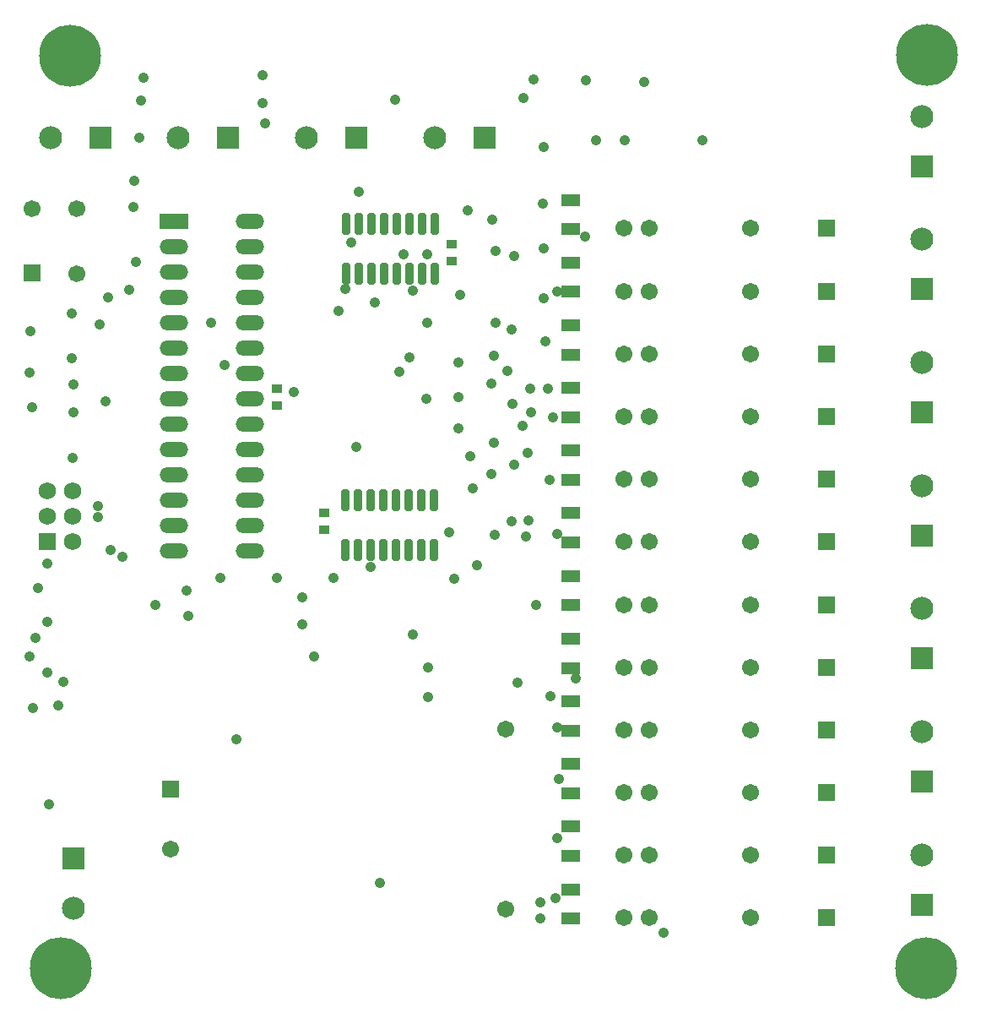
<source format=gbs>
G04*
G04 #@! TF.GenerationSoftware,Altium Limited,Altium Designer,24.0.1 (36)*
G04*
G04 Layer_Color=16711935*
%FSLAX44Y44*%
%MOMM*%
G71*
G04*
G04 #@! TF.SameCoordinates,71F2B9B8-5446-4F90-8F71-DE05B1429098*
G04*
G04*
G04 #@! TF.FilePolarity,Negative*
G04*
G01*
G75*
%ADD26R,1.0032X0.9032*%
%ADD29R,1.9232X1.2832*%
%ADD36C,1.7112*%
%ADD37R,1.7112X1.7112*%
%ADD38O,2.8448X1.5240*%
%ADD39R,2.8448X1.5240*%
%ADD40C,2.3032*%
%ADD41R,2.3032X2.3032*%
%ADD42R,2.3032X2.3032*%
%ADD43C,1.7032*%
%ADD44R,1.7032X1.7032*%
%ADD45C,6.2032*%
%ADD46C,1.7012*%
%ADD47R,1.7012X1.7012*%
%ADD48R,1.7332X1.7332*%
%ADD49C,1.7332*%
%ADD50C,1.0617*%
G04:AMPARAMS|DCode=72|XSize=2.1732mm|YSize=0.8032mm|CornerRadius=0.1766mm|HoleSize=0mm|Usage=FLASHONLY|Rotation=270.000|XOffset=0mm|YOffset=0mm|HoleType=Round|Shape=RoundedRectangle|*
%AMROUNDEDRECTD72*
21,1,2.1732,0.4500,0,0,270.0*
21,1,1.8200,0.8032,0,0,270.0*
1,1,0.3532,-0.2250,-0.9100*
1,1,0.3532,-0.2250,0.9100*
1,1,0.3532,0.2250,0.9100*
1,1,0.3532,0.2250,-0.9100*
%
%ADD72ROUNDEDRECTD72*%
D26*
X431866Y748772D02*
D03*
Y765772D02*
D03*
X303765Y479858D02*
D03*
Y496858D02*
D03*
X256689Y620933D02*
D03*
Y603933D02*
D03*
D29*
X551651Y780839D02*
D03*
Y810239D02*
D03*
Y718032D02*
D03*
Y747432D02*
D03*
Y655224D02*
D03*
Y684624D02*
D03*
Y592417D02*
D03*
Y621817D02*
D03*
Y529609D02*
D03*
Y559009D02*
D03*
Y466802D02*
D03*
Y496202D02*
D03*
Y403995D02*
D03*
Y433395D02*
D03*
Y341188D02*
D03*
Y370588D02*
D03*
Y278380D02*
D03*
Y307780D02*
D03*
Y215573D02*
D03*
Y244973D02*
D03*
Y152766D02*
D03*
Y182166D02*
D03*
Y89959D02*
D03*
Y119359D02*
D03*
D36*
X604991Y90659D02*
D03*
X630391D02*
D03*
X731991D02*
D03*
X604991Y781539D02*
D03*
X630391D02*
D03*
X731991D02*
D03*
Y718731D02*
D03*
X630391D02*
D03*
X604991D02*
D03*
X731991Y655924D02*
D03*
X630391D02*
D03*
X604991D02*
D03*
X731991Y593117D02*
D03*
X630391D02*
D03*
X604991D02*
D03*
X731991Y530309D02*
D03*
X630391D02*
D03*
X604991D02*
D03*
X731991Y467502D02*
D03*
X630391D02*
D03*
X604991D02*
D03*
X731991Y404695D02*
D03*
X630391D02*
D03*
X604991D02*
D03*
X731991Y341888D02*
D03*
X630391D02*
D03*
X604991D02*
D03*
X731991Y279081D02*
D03*
X630391D02*
D03*
X604991D02*
D03*
X731991Y216273D02*
D03*
X630391D02*
D03*
X604991D02*
D03*
X731991Y153466D02*
D03*
X630391D02*
D03*
X604991D02*
D03*
D37*
X808191Y90659D02*
D03*
Y781539D02*
D03*
Y718731D02*
D03*
Y655924D02*
D03*
Y593117D02*
D03*
Y530309D02*
D03*
Y467502D02*
D03*
Y404695D02*
D03*
Y341888D02*
D03*
Y279081D02*
D03*
Y216273D02*
D03*
Y153466D02*
D03*
D38*
X229289Y788550D02*
D03*
Y763150D02*
D03*
Y737750D02*
D03*
Y712350D02*
D03*
Y686950D02*
D03*
Y661550D02*
D03*
Y636150D02*
D03*
Y610750D02*
D03*
Y585350D02*
D03*
Y559950D02*
D03*
Y534550D02*
D03*
Y509150D02*
D03*
Y483750D02*
D03*
Y458350D02*
D03*
X153089D02*
D03*
Y483750D02*
D03*
Y509150D02*
D03*
Y534550D02*
D03*
Y559950D02*
D03*
Y585350D02*
D03*
Y610750D02*
D03*
Y636150D02*
D03*
Y661550D02*
D03*
Y686950D02*
D03*
Y712350D02*
D03*
Y737750D02*
D03*
Y763150D02*
D03*
D39*
Y788550D02*
D03*
D40*
X414891Y872518D02*
D03*
X286197D02*
D03*
X157504D02*
D03*
X29945D02*
D03*
X903441Y770574D02*
D03*
Y647272D02*
D03*
Y523969D02*
D03*
Y400668D02*
D03*
Y277365D02*
D03*
Y154064D02*
D03*
Y893875D02*
D03*
X53120Y99979D02*
D03*
D41*
X464891Y872518D02*
D03*
X336197D02*
D03*
X207504D02*
D03*
X79945D02*
D03*
D42*
X903441Y720574D02*
D03*
Y597271D02*
D03*
Y473970D02*
D03*
Y350668D02*
D03*
Y227366D02*
D03*
Y104064D02*
D03*
Y843875D02*
D03*
X53120Y149979D02*
D03*
D43*
X485971Y99749D02*
D03*
Y279748D02*
D03*
X149971Y159749D02*
D03*
D44*
Y219749D02*
D03*
D45*
X40311Y39799D02*
D03*
X48965Y954369D02*
D03*
X908466Y955400D02*
D03*
X907964Y40041D02*
D03*
D46*
X55991Y801652D02*
D03*
X56351Y736133D02*
D03*
X10991Y801652D02*
D03*
D47*
Y736653D02*
D03*
D48*
X26185Y467494D02*
D03*
D49*
Y492894D02*
D03*
Y518294D02*
D03*
X51585Y467494D02*
D03*
Y492894D02*
D03*
Y518294D02*
D03*
D50*
X8580Y637031D02*
D03*
X520607Y90253D02*
D03*
Y106572D02*
D03*
X509315Y489336D02*
D03*
X503038Y583456D02*
D03*
X528139Y621107D02*
D03*
X524375Y711465D02*
D03*
X524374Y761664D02*
D03*
X494255Y754134D02*
D03*
X318559Y698915D02*
D03*
X390090Y652484D02*
D03*
X406407Y611068D02*
D03*
X471666Y535769D02*
D03*
X498018Y326187D02*
D03*
X42466Y327444D02*
D03*
X14856Y371368D02*
D03*
X51251Y696406D02*
D03*
X52506Y624873D02*
D03*
X51251Y651227D02*
D03*
X90155Y459216D02*
D03*
X101447Y452944D02*
D03*
X471663Y626125D02*
D03*
X474176Y653737D02*
D03*
X474173Y567141D02*
D03*
X511825Y597263D02*
D03*
X491743Y488078D02*
D03*
X273381Y617342D02*
D03*
X447821Y799313D02*
D03*
X472921Y790528D02*
D03*
X504295Y912261D02*
D03*
X242004Y934848D02*
D03*
X122784Y932340D02*
D03*
X514335Y931085D02*
D03*
X567041Y929833D02*
D03*
X624770Y928573D02*
D03*
X683756Y869592D02*
D03*
X439034Y580946D02*
D03*
X508060Y557104D02*
D03*
X475431Y474276D02*
D03*
X506802Y473019D02*
D03*
X12346Y301090D02*
D03*
X37443Y303598D02*
D03*
X26151Y336229D02*
D03*
X8582Y352544D02*
D03*
X26151Y387683D02*
D03*
X17364Y421565D02*
D03*
X11091Y602283D02*
D03*
X9837Y678836D02*
D03*
X78860Y685111D02*
D03*
X87645Y712720D02*
D03*
X108979Y720250D02*
D03*
X115254Y747860D02*
D03*
X112744Y803078D02*
D03*
X113999Y829432D02*
D03*
X119019Y872102D02*
D03*
X120274Y909751D02*
D03*
X244516Y887161D02*
D03*
X242004Y907238D02*
D03*
X375033Y911005D02*
D03*
X605948Y869592D02*
D03*
X577083D02*
D03*
X524375Y863317D02*
D03*
X440289Y715232D02*
D03*
X439034Y612320D02*
D03*
Y647459D02*
D03*
X491745Y680091D02*
D03*
X510570Y621107D02*
D03*
X493000Y606048D02*
D03*
X487980Y638677D02*
D03*
X452841Y520710D02*
D03*
X494255Y544554D02*
D03*
X450329Y553337D02*
D03*
X434796Y430270D02*
D03*
X393320Y374348D02*
D03*
X294069Y352941D02*
D03*
X135063Y404663D02*
D03*
X407887Y755407D02*
D03*
Y687081D02*
D03*
X476213D02*
D03*
Y759217D02*
D03*
X523711Y806715D02*
D03*
X644615Y75703D02*
D03*
X359881Y125995D02*
D03*
X216371Y269505D02*
D03*
X26185Y445527D02*
D03*
X27903Y204735D02*
D03*
X282411Y384914D02*
D03*
Y411999D02*
D03*
X203925Y644415D02*
D03*
X538189Y170699D02*
D03*
X408154Y341306D02*
D03*
Y311717D02*
D03*
X190971Y686950D02*
D03*
X200049Y431623D02*
D03*
X167884Y393457D02*
D03*
X166333Y418857D02*
D03*
X257011Y431557D02*
D03*
X313907D02*
D03*
X325083Y720609D02*
D03*
X379693Y637551D02*
D03*
X393409Y719085D02*
D03*
X336767Y562621D02*
D03*
X383984Y755915D02*
D03*
X77433Y492445D02*
D03*
Y503693D02*
D03*
X51585Y551953D02*
D03*
X354801Y707401D02*
D03*
X536411Y110501D02*
D03*
X539713Y230135D02*
D03*
X537935Y281443D02*
D03*
X556705Y330719D02*
D03*
X516599Y403995D02*
D03*
X538189Y475184D02*
D03*
X530315Y529609D02*
D03*
X533871Y592417D02*
D03*
X526144Y668031D02*
D03*
X537681Y718032D02*
D03*
X565621Y773187D02*
D03*
X457417Y444257D02*
D03*
X531331Y312431D02*
D03*
X351053Y442795D02*
D03*
X429182Y477236D02*
D03*
X331433Y767853D02*
D03*
X338518Y818145D02*
D03*
X53049Y597419D02*
D03*
X84545Y608087D02*
D03*
D72*
X414553Y509191D02*
D03*
X401853D02*
D03*
X389153D02*
D03*
X376453D02*
D03*
X363753D02*
D03*
X351053D02*
D03*
X338353D02*
D03*
X325653D02*
D03*
Y459691D02*
D03*
X338353D02*
D03*
X351053D02*
D03*
X363753D02*
D03*
X376453D02*
D03*
X389153D02*
D03*
X401853D02*
D03*
X414553D02*
D03*
X325818Y785939D02*
D03*
X338518D02*
D03*
X351218D02*
D03*
X363918D02*
D03*
X376618D02*
D03*
X389318D02*
D03*
X402018D02*
D03*
X414718D02*
D03*
Y736440D02*
D03*
X402018D02*
D03*
X389318D02*
D03*
X376618D02*
D03*
X363918D02*
D03*
X351218D02*
D03*
X338518D02*
D03*
X325818D02*
D03*
M02*

</source>
